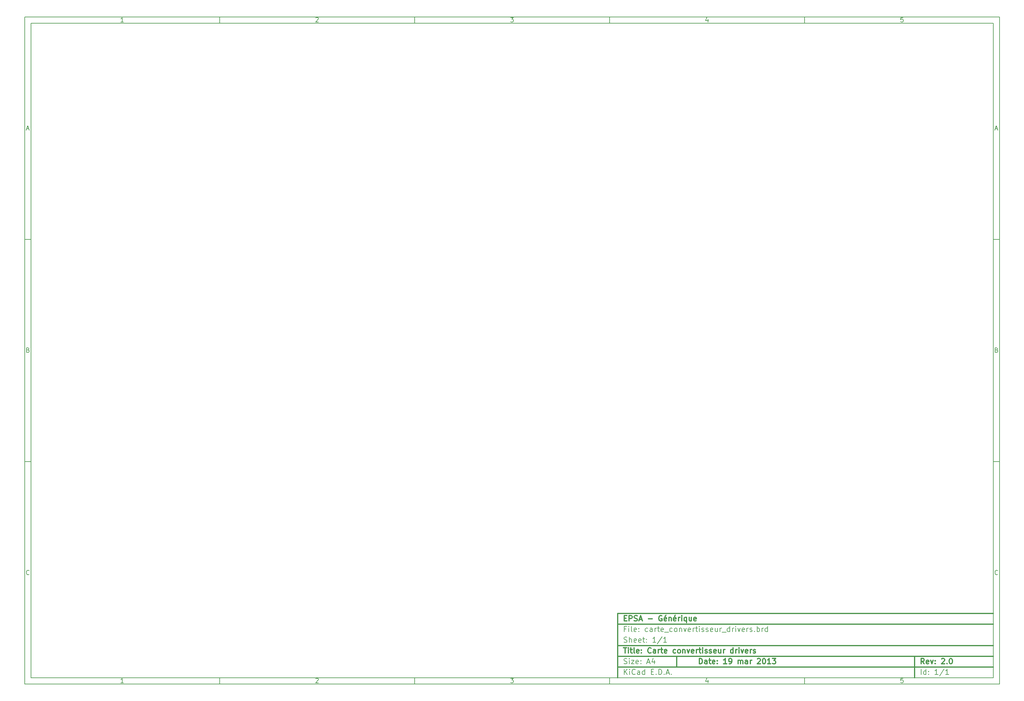
<source format=gbo>
G04 (created by PCBNEW-RS274X (2012-01-19 BZR 3256)-stable) date 19/03/2013 15:27:12*
G01*
G70*
G90*
%MOIN*%
G04 Gerber Fmt 3.4, Leading zero omitted, Abs format*
%FSLAX34Y34*%
G04 APERTURE LIST*
%ADD10C,0.006000*%
%ADD11C,0.012000*%
%ADD12R,0.082000X0.110000*%
%ADD13O,0.082000X0.110000*%
%ADD14C,0.095000*%
%ADD15R,0.095000X0.095000*%
%ADD16R,0.090000X0.090000*%
%ADD17C,0.090000*%
%ADD18C,0.138100*%
G04 APERTURE END LIST*
G54D10*
X04000Y-04000D02*
X113000Y-04000D01*
X113000Y-78670D01*
X04000Y-78670D01*
X04000Y-04000D01*
X04700Y-04700D02*
X112300Y-04700D01*
X112300Y-77970D01*
X04700Y-77970D01*
X04700Y-04700D01*
X25800Y-04000D02*
X25800Y-04700D01*
X15043Y-04552D02*
X14757Y-04552D01*
X14900Y-04552D02*
X14900Y-04052D01*
X14852Y-04124D01*
X14805Y-04171D01*
X14757Y-04195D01*
X25800Y-78670D02*
X25800Y-77970D01*
X15043Y-78522D02*
X14757Y-78522D01*
X14900Y-78522D02*
X14900Y-78022D01*
X14852Y-78094D01*
X14805Y-78141D01*
X14757Y-78165D01*
X47600Y-04000D02*
X47600Y-04700D01*
X36557Y-04100D02*
X36581Y-04076D01*
X36629Y-04052D01*
X36748Y-04052D01*
X36795Y-04076D01*
X36819Y-04100D01*
X36843Y-04148D01*
X36843Y-04195D01*
X36819Y-04267D01*
X36533Y-04552D01*
X36843Y-04552D01*
X47600Y-78670D02*
X47600Y-77970D01*
X36557Y-78070D02*
X36581Y-78046D01*
X36629Y-78022D01*
X36748Y-78022D01*
X36795Y-78046D01*
X36819Y-78070D01*
X36843Y-78118D01*
X36843Y-78165D01*
X36819Y-78237D01*
X36533Y-78522D01*
X36843Y-78522D01*
X69400Y-04000D02*
X69400Y-04700D01*
X58333Y-04052D02*
X58643Y-04052D01*
X58476Y-04243D01*
X58548Y-04243D01*
X58595Y-04267D01*
X58619Y-04290D01*
X58643Y-04338D01*
X58643Y-04457D01*
X58619Y-04505D01*
X58595Y-04529D01*
X58548Y-04552D01*
X58405Y-04552D01*
X58357Y-04529D01*
X58333Y-04505D01*
X69400Y-78670D02*
X69400Y-77970D01*
X58333Y-78022D02*
X58643Y-78022D01*
X58476Y-78213D01*
X58548Y-78213D01*
X58595Y-78237D01*
X58619Y-78260D01*
X58643Y-78308D01*
X58643Y-78427D01*
X58619Y-78475D01*
X58595Y-78499D01*
X58548Y-78522D01*
X58405Y-78522D01*
X58357Y-78499D01*
X58333Y-78475D01*
X91200Y-04000D02*
X91200Y-04700D01*
X80395Y-04219D02*
X80395Y-04552D01*
X80276Y-04029D02*
X80157Y-04386D01*
X80467Y-04386D01*
X91200Y-78670D02*
X91200Y-77970D01*
X80395Y-78189D02*
X80395Y-78522D01*
X80276Y-77999D02*
X80157Y-78356D01*
X80467Y-78356D01*
X102219Y-04052D02*
X101981Y-04052D01*
X101957Y-04290D01*
X101981Y-04267D01*
X102029Y-04243D01*
X102148Y-04243D01*
X102195Y-04267D01*
X102219Y-04290D01*
X102243Y-04338D01*
X102243Y-04457D01*
X102219Y-04505D01*
X102195Y-04529D01*
X102148Y-04552D01*
X102029Y-04552D01*
X101981Y-04529D01*
X101957Y-04505D01*
X102219Y-78022D02*
X101981Y-78022D01*
X101957Y-78260D01*
X101981Y-78237D01*
X102029Y-78213D01*
X102148Y-78213D01*
X102195Y-78237D01*
X102219Y-78260D01*
X102243Y-78308D01*
X102243Y-78427D01*
X102219Y-78475D01*
X102195Y-78499D01*
X102148Y-78522D01*
X102029Y-78522D01*
X101981Y-78499D01*
X101957Y-78475D01*
X04000Y-28890D02*
X04700Y-28890D01*
X04231Y-16510D02*
X04469Y-16510D01*
X04184Y-16652D02*
X04350Y-16152D01*
X04517Y-16652D01*
X113000Y-28890D02*
X112300Y-28890D01*
X112531Y-16510D02*
X112769Y-16510D01*
X112484Y-16652D02*
X112650Y-16152D01*
X112817Y-16652D01*
X04000Y-53780D02*
X04700Y-53780D01*
X04386Y-41280D02*
X04457Y-41304D01*
X04481Y-41328D01*
X04505Y-41376D01*
X04505Y-41447D01*
X04481Y-41495D01*
X04457Y-41519D01*
X04410Y-41542D01*
X04219Y-41542D01*
X04219Y-41042D01*
X04386Y-41042D01*
X04433Y-41066D01*
X04457Y-41090D01*
X04481Y-41138D01*
X04481Y-41185D01*
X04457Y-41233D01*
X04433Y-41257D01*
X04386Y-41280D01*
X04219Y-41280D01*
X113000Y-53780D02*
X112300Y-53780D01*
X112686Y-41280D02*
X112757Y-41304D01*
X112781Y-41328D01*
X112805Y-41376D01*
X112805Y-41447D01*
X112781Y-41495D01*
X112757Y-41519D01*
X112710Y-41542D01*
X112519Y-41542D01*
X112519Y-41042D01*
X112686Y-41042D01*
X112733Y-41066D01*
X112757Y-41090D01*
X112781Y-41138D01*
X112781Y-41185D01*
X112757Y-41233D01*
X112733Y-41257D01*
X112686Y-41280D01*
X112519Y-41280D01*
X04505Y-66385D02*
X04481Y-66409D01*
X04410Y-66432D01*
X04362Y-66432D01*
X04290Y-66409D01*
X04243Y-66361D01*
X04219Y-66313D01*
X04195Y-66218D01*
X04195Y-66147D01*
X04219Y-66051D01*
X04243Y-66004D01*
X04290Y-65956D01*
X04362Y-65932D01*
X04410Y-65932D01*
X04481Y-65956D01*
X04505Y-65980D01*
X112805Y-66385D02*
X112781Y-66409D01*
X112710Y-66432D01*
X112662Y-66432D01*
X112590Y-66409D01*
X112543Y-66361D01*
X112519Y-66313D01*
X112495Y-66218D01*
X112495Y-66147D01*
X112519Y-66051D01*
X112543Y-66004D01*
X112590Y-65956D01*
X112662Y-65932D01*
X112710Y-65932D01*
X112781Y-65956D01*
X112805Y-65980D01*
G54D11*
X79443Y-76413D02*
X79443Y-75813D01*
X79586Y-75813D01*
X79671Y-75841D01*
X79729Y-75899D01*
X79757Y-75956D01*
X79786Y-76070D01*
X79786Y-76156D01*
X79757Y-76270D01*
X79729Y-76327D01*
X79671Y-76384D01*
X79586Y-76413D01*
X79443Y-76413D01*
X80300Y-76413D02*
X80300Y-76099D01*
X80271Y-76041D01*
X80214Y-76013D01*
X80100Y-76013D01*
X80043Y-76041D01*
X80300Y-76384D02*
X80243Y-76413D01*
X80100Y-76413D01*
X80043Y-76384D01*
X80014Y-76327D01*
X80014Y-76270D01*
X80043Y-76213D01*
X80100Y-76184D01*
X80243Y-76184D01*
X80300Y-76156D01*
X80500Y-76013D02*
X80729Y-76013D01*
X80586Y-75813D02*
X80586Y-76327D01*
X80614Y-76384D01*
X80672Y-76413D01*
X80729Y-76413D01*
X81157Y-76384D02*
X81100Y-76413D01*
X80986Y-76413D01*
X80929Y-76384D01*
X80900Y-76327D01*
X80900Y-76099D01*
X80929Y-76041D01*
X80986Y-76013D01*
X81100Y-76013D01*
X81157Y-76041D01*
X81186Y-76099D01*
X81186Y-76156D01*
X80900Y-76213D01*
X81443Y-76356D02*
X81471Y-76384D01*
X81443Y-76413D01*
X81414Y-76384D01*
X81443Y-76356D01*
X81443Y-76413D01*
X81443Y-76041D02*
X81471Y-76070D01*
X81443Y-76099D01*
X81414Y-76070D01*
X81443Y-76041D01*
X81443Y-76099D01*
X82500Y-76413D02*
X82157Y-76413D01*
X82329Y-76413D02*
X82329Y-75813D01*
X82272Y-75899D01*
X82214Y-75956D01*
X82157Y-75984D01*
X82785Y-76413D02*
X82900Y-76413D01*
X82957Y-76384D01*
X82985Y-76356D01*
X83043Y-76270D01*
X83071Y-76156D01*
X83071Y-75927D01*
X83043Y-75870D01*
X83014Y-75841D01*
X82957Y-75813D01*
X82843Y-75813D01*
X82785Y-75841D01*
X82757Y-75870D01*
X82728Y-75927D01*
X82728Y-76070D01*
X82757Y-76127D01*
X82785Y-76156D01*
X82843Y-76184D01*
X82957Y-76184D01*
X83014Y-76156D01*
X83043Y-76127D01*
X83071Y-76070D01*
X83785Y-76413D02*
X83785Y-76013D01*
X83785Y-76070D02*
X83813Y-76041D01*
X83871Y-76013D01*
X83956Y-76013D01*
X84013Y-76041D01*
X84042Y-76099D01*
X84042Y-76413D01*
X84042Y-76099D02*
X84071Y-76041D01*
X84128Y-76013D01*
X84213Y-76013D01*
X84271Y-76041D01*
X84299Y-76099D01*
X84299Y-76413D01*
X84842Y-76413D02*
X84842Y-76099D01*
X84813Y-76041D01*
X84756Y-76013D01*
X84642Y-76013D01*
X84585Y-76041D01*
X84842Y-76384D02*
X84785Y-76413D01*
X84642Y-76413D01*
X84585Y-76384D01*
X84556Y-76327D01*
X84556Y-76270D01*
X84585Y-76213D01*
X84642Y-76184D01*
X84785Y-76184D01*
X84842Y-76156D01*
X85128Y-76413D02*
X85128Y-76013D01*
X85128Y-76127D02*
X85156Y-76070D01*
X85185Y-76041D01*
X85242Y-76013D01*
X85299Y-76013D01*
X85927Y-75870D02*
X85956Y-75841D01*
X86013Y-75813D01*
X86156Y-75813D01*
X86213Y-75841D01*
X86242Y-75870D01*
X86270Y-75927D01*
X86270Y-75984D01*
X86242Y-76070D01*
X85899Y-76413D01*
X86270Y-76413D01*
X86641Y-75813D02*
X86698Y-75813D01*
X86755Y-75841D01*
X86784Y-75870D01*
X86813Y-75927D01*
X86841Y-76041D01*
X86841Y-76184D01*
X86813Y-76299D01*
X86784Y-76356D01*
X86755Y-76384D01*
X86698Y-76413D01*
X86641Y-76413D01*
X86584Y-76384D01*
X86555Y-76356D01*
X86527Y-76299D01*
X86498Y-76184D01*
X86498Y-76041D01*
X86527Y-75927D01*
X86555Y-75870D01*
X86584Y-75841D01*
X86641Y-75813D01*
X87412Y-76413D02*
X87069Y-76413D01*
X87241Y-76413D02*
X87241Y-75813D01*
X87184Y-75899D01*
X87126Y-75956D01*
X87069Y-75984D01*
X87612Y-75813D02*
X87983Y-75813D01*
X87783Y-76041D01*
X87869Y-76041D01*
X87926Y-76070D01*
X87955Y-76099D01*
X87983Y-76156D01*
X87983Y-76299D01*
X87955Y-76356D01*
X87926Y-76384D01*
X87869Y-76413D01*
X87697Y-76413D01*
X87640Y-76384D01*
X87612Y-76356D01*
G54D10*
X71043Y-77613D02*
X71043Y-77013D01*
X71386Y-77613D02*
X71129Y-77270D01*
X71386Y-77013D02*
X71043Y-77356D01*
X71643Y-77613D02*
X71643Y-77213D01*
X71643Y-77013D02*
X71614Y-77041D01*
X71643Y-77070D01*
X71671Y-77041D01*
X71643Y-77013D01*
X71643Y-77070D01*
X72272Y-77556D02*
X72243Y-77584D01*
X72157Y-77613D01*
X72100Y-77613D01*
X72015Y-77584D01*
X71957Y-77527D01*
X71929Y-77470D01*
X71900Y-77356D01*
X71900Y-77270D01*
X71929Y-77156D01*
X71957Y-77099D01*
X72015Y-77041D01*
X72100Y-77013D01*
X72157Y-77013D01*
X72243Y-77041D01*
X72272Y-77070D01*
X72786Y-77613D02*
X72786Y-77299D01*
X72757Y-77241D01*
X72700Y-77213D01*
X72586Y-77213D01*
X72529Y-77241D01*
X72786Y-77584D02*
X72729Y-77613D01*
X72586Y-77613D01*
X72529Y-77584D01*
X72500Y-77527D01*
X72500Y-77470D01*
X72529Y-77413D01*
X72586Y-77384D01*
X72729Y-77384D01*
X72786Y-77356D01*
X73329Y-77613D02*
X73329Y-77013D01*
X73329Y-77584D02*
X73272Y-77613D01*
X73158Y-77613D01*
X73100Y-77584D01*
X73072Y-77556D01*
X73043Y-77499D01*
X73043Y-77327D01*
X73072Y-77270D01*
X73100Y-77241D01*
X73158Y-77213D01*
X73272Y-77213D01*
X73329Y-77241D01*
X74072Y-77299D02*
X74272Y-77299D01*
X74358Y-77613D02*
X74072Y-77613D01*
X74072Y-77013D01*
X74358Y-77013D01*
X74615Y-77556D02*
X74643Y-77584D01*
X74615Y-77613D01*
X74586Y-77584D01*
X74615Y-77556D01*
X74615Y-77613D01*
X74901Y-77613D02*
X74901Y-77013D01*
X75044Y-77013D01*
X75129Y-77041D01*
X75187Y-77099D01*
X75215Y-77156D01*
X75244Y-77270D01*
X75244Y-77356D01*
X75215Y-77470D01*
X75187Y-77527D01*
X75129Y-77584D01*
X75044Y-77613D01*
X74901Y-77613D01*
X75501Y-77556D02*
X75529Y-77584D01*
X75501Y-77613D01*
X75472Y-77584D01*
X75501Y-77556D01*
X75501Y-77613D01*
X75758Y-77441D02*
X76044Y-77441D01*
X75701Y-77613D02*
X75901Y-77013D01*
X76101Y-77613D01*
X76301Y-77556D02*
X76329Y-77584D01*
X76301Y-77613D01*
X76272Y-77584D01*
X76301Y-77556D01*
X76301Y-77613D01*
G54D11*
X104586Y-76413D02*
X104386Y-76127D01*
X104243Y-76413D02*
X104243Y-75813D01*
X104471Y-75813D01*
X104529Y-75841D01*
X104557Y-75870D01*
X104586Y-75927D01*
X104586Y-76013D01*
X104557Y-76070D01*
X104529Y-76099D01*
X104471Y-76127D01*
X104243Y-76127D01*
X105071Y-76384D02*
X105014Y-76413D01*
X104900Y-76413D01*
X104843Y-76384D01*
X104814Y-76327D01*
X104814Y-76099D01*
X104843Y-76041D01*
X104900Y-76013D01*
X105014Y-76013D01*
X105071Y-76041D01*
X105100Y-76099D01*
X105100Y-76156D01*
X104814Y-76213D01*
X105300Y-76013D02*
X105443Y-76413D01*
X105585Y-76013D01*
X105814Y-76356D02*
X105842Y-76384D01*
X105814Y-76413D01*
X105785Y-76384D01*
X105814Y-76356D01*
X105814Y-76413D01*
X105814Y-76041D02*
X105842Y-76070D01*
X105814Y-76099D01*
X105785Y-76070D01*
X105814Y-76041D01*
X105814Y-76099D01*
X106528Y-75870D02*
X106557Y-75841D01*
X106614Y-75813D01*
X106757Y-75813D01*
X106814Y-75841D01*
X106843Y-75870D01*
X106871Y-75927D01*
X106871Y-75984D01*
X106843Y-76070D01*
X106500Y-76413D01*
X106871Y-76413D01*
X107128Y-76356D02*
X107156Y-76384D01*
X107128Y-76413D01*
X107099Y-76384D01*
X107128Y-76356D01*
X107128Y-76413D01*
X107528Y-75813D02*
X107585Y-75813D01*
X107642Y-75841D01*
X107671Y-75870D01*
X107700Y-75927D01*
X107728Y-76041D01*
X107728Y-76184D01*
X107700Y-76299D01*
X107671Y-76356D01*
X107642Y-76384D01*
X107585Y-76413D01*
X107528Y-76413D01*
X107471Y-76384D01*
X107442Y-76356D01*
X107414Y-76299D01*
X107385Y-76184D01*
X107385Y-76041D01*
X107414Y-75927D01*
X107442Y-75870D01*
X107471Y-75841D01*
X107528Y-75813D01*
G54D10*
X71014Y-76384D02*
X71100Y-76413D01*
X71243Y-76413D01*
X71300Y-76384D01*
X71329Y-76356D01*
X71357Y-76299D01*
X71357Y-76241D01*
X71329Y-76184D01*
X71300Y-76156D01*
X71243Y-76127D01*
X71129Y-76099D01*
X71071Y-76070D01*
X71043Y-76041D01*
X71014Y-75984D01*
X71014Y-75927D01*
X71043Y-75870D01*
X71071Y-75841D01*
X71129Y-75813D01*
X71271Y-75813D01*
X71357Y-75841D01*
X71614Y-76413D02*
X71614Y-76013D01*
X71614Y-75813D02*
X71585Y-75841D01*
X71614Y-75870D01*
X71642Y-75841D01*
X71614Y-75813D01*
X71614Y-75870D01*
X71843Y-76013D02*
X72157Y-76013D01*
X71843Y-76413D01*
X72157Y-76413D01*
X72614Y-76384D02*
X72557Y-76413D01*
X72443Y-76413D01*
X72386Y-76384D01*
X72357Y-76327D01*
X72357Y-76099D01*
X72386Y-76041D01*
X72443Y-76013D01*
X72557Y-76013D01*
X72614Y-76041D01*
X72643Y-76099D01*
X72643Y-76156D01*
X72357Y-76213D01*
X72900Y-76356D02*
X72928Y-76384D01*
X72900Y-76413D01*
X72871Y-76384D01*
X72900Y-76356D01*
X72900Y-76413D01*
X72900Y-76041D02*
X72928Y-76070D01*
X72900Y-76099D01*
X72871Y-76070D01*
X72900Y-76041D01*
X72900Y-76099D01*
X73614Y-76241D02*
X73900Y-76241D01*
X73557Y-76413D02*
X73757Y-75813D01*
X73957Y-76413D01*
X74414Y-76013D02*
X74414Y-76413D01*
X74271Y-75784D02*
X74128Y-76213D01*
X74500Y-76213D01*
X104243Y-77613D02*
X104243Y-77013D01*
X104786Y-77613D02*
X104786Y-77013D01*
X104786Y-77584D02*
X104729Y-77613D01*
X104615Y-77613D01*
X104557Y-77584D01*
X104529Y-77556D01*
X104500Y-77499D01*
X104500Y-77327D01*
X104529Y-77270D01*
X104557Y-77241D01*
X104615Y-77213D01*
X104729Y-77213D01*
X104786Y-77241D01*
X105072Y-77556D02*
X105100Y-77584D01*
X105072Y-77613D01*
X105043Y-77584D01*
X105072Y-77556D01*
X105072Y-77613D01*
X105072Y-77241D02*
X105100Y-77270D01*
X105072Y-77299D01*
X105043Y-77270D01*
X105072Y-77241D01*
X105072Y-77299D01*
X106129Y-77613D02*
X105786Y-77613D01*
X105958Y-77613D02*
X105958Y-77013D01*
X105901Y-77099D01*
X105843Y-77156D01*
X105786Y-77184D01*
X106814Y-76984D02*
X106300Y-77756D01*
X107329Y-77613D02*
X106986Y-77613D01*
X107158Y-77613D02*
X107158Y-77013D01*
X107101Y-77099D01*
X107043Y-77156D01*
X106986Y-77184D01*
G54D11*
X70957Y-74613D02*
X71300Y-74613D01*
X71129Y-75213D02*
X71129Y-74613D01*
X71500Y-75213D02*
X71500Y-74813D01*
X71500Y-74613D02*
X71471Y-74641D01*
X71500Y-74670D01*
X71528Y-74641D01*
X71500Y-74613D01*
X71500Y-74670D01*
X71700Y-74813D02*
X71929Y-74813D01*
X71786Y-74613D02*
X71786Y-75127D01*
X71814Y-75184D01*
X71872Y-75213D01*
X71929Y-75213D01*
X72215Y-75213D02*
X72157Y-75184D01*
X72129Y-75127D01*
X72129Y-74613D01*
X72671Y-75184D02*
X72614Y-75213D01*
X72500Y-75213D01*
X72443Y-75184D01*
X72414Y-75127D01*
X72414Y-74899D01*
X72443Y-74841D01*
X72500Y-74813D01*
X72614Y-74813D01*
X72671Y-74841D01*
X72700Y-74899D01*
X72700Y-74956D01*
X72414Y-75013D01*
X72957Y-75156D02*
X72985Y-75184D01*
X72957Y-75213D01*
X72928Y-75184D01*
X72957Y-75156D01*
X72957Y-75213D01*
X72957Y-74841D02*
X72985Y-74870D01*
X72957Y-74899D01*
X72928Y-74870D01*
X72957Y-74841D01*
X72957Y-74899D01*
X74043Y-75156D02*
X74014Y-75184D01*
X73928Y-75213D01*
X73871Y-75213D01*
X73786Y-75184D01*
X73728Y-75127D01*
X73700Y-75070D01*
X73671Y-74956D01*
X73671Y-74870D01*
X73700Y-74756D01*
X73728Y-74699D01*
X73786Y-74641D01*
X73871Y-74613D01*
X73928Y-74613D01*
X74014Y-74641D01*
X74043Y-74670D01*
X74557Y-75213D02*
X74557Y-74899D01*
X74528Y-74841D01*
X74471Y-74813D01*
X74357Y-74813D01*
X74300Y-74841D01*
X74557Y-75184D02*
X74500Y-75213D01*
X74357Y-75213D01*
X74300Y-75184D01*
X74271Y-75127D01*
X74271Y-75070D01*
X74300Y-75013D01*
X74357Y-74984D01*
X74500Y-74984D01*
X74557Y-74956D01*
X74843Y-75213D02*
X74843Y-74813D01*
X74843Y-74927D02*
X74871Y-74870D01*
X74900Y-74841D01*
X74957Y-74813D01*
X75014Y-74813D01*
X75128Y-74813D02*
X75357Y-74813D01*
X75214Y-74613D02*
X75214Y-75127D01*
X75242Y-75184D01*
X75300Y-75213D01*
X75357Y-75213D01*
X75785Y-75184D02*
X75728Y-75213D01*
X75614Y-75213D01*
X75557Y-75184D01*
X75528Y-75127D01*
X75528Y-74899D01*
X75557Y-74841D01*
X75614Y-74813D01*
X75728Y-74813D01*
X75785Y-74841D01*
X75814Y-74899D01*
X75814Y-74956D01*
X75528Y-75013D01*
X76785Y-75184D02*
X76728Y-75213D01*
X76614Y-75213D01*
X76556Y-75184D01*
X76528Y-75156D01*
X76499Y-75099D01*
X76499Y-74927D01*
X76528Y-74870D01*
X76556Y-74841D01*
X76614Y-74813D01*
X76728Y-74813D01*
X76785Y-74841D01*
X77128Y-75213D02*
X77070Y-75184D01*
X77042Y-75156D01*
X77013Y-75099D01*
X77013Y-74927D01*
X77042Y-74870D01*
X77070Y-74841D01*
X77128Y-74813D01*
X77213Y-74813D01*
X77270Y-74841D01*
X77299Y-74870D01*
X77328Y-74927D01*
X77328Y-75099D01*
X77299Y-75156D01*
X77270Y-75184D01*
X77213Y-75213D01*
X77128Y-75213D01*
X77585Y-74813D02*
X77585Y-75213D01*
X77585Y-74870D02*
X77613Y-74841D01*
X77671Y-74813D01*
X77756Y-74813D01*
X77813Y-74841D01*
X77842Y-74899D01*
X77842Y-75213D01*
X78071Y-74813D02*
X78214Y-75213D01*
X78356Y-74813D01*
X78813Y-75184D02*
X78756Y-75213D01*
X78642Y-75213D01*
X78585Y-75184D01*
X78556Y-75127D01*
X78556Y-74899D01*
X78585Y-74841D01*
X78642Y-74813D01*
X78756Y-74813D01*
X78813Y-74841D01*
X78842Y-74899D01*
X78842Y-74956D01*
X78556Y-75013D01*
X79099Y-75213D02*
X79099Y-74813D01*
X79099Y-74927D02*
X79127Y-74870D01*
X79156Y-74841D01*
X79213Y-74813D01*
X79270Y-74813D01*
X79384Y-74813D02*
X79613Y-74813D01*
X79470Y-74613D02*
X79470Y-75127D01*
X79498Y-75184D01*
X79556Y-75213D01*
X79613Y-75213D01*
X79813Y-75213D02*
X79813Y-74813D01*
X79813Y-74613D02*
X79784Y-74641D01*
X79813Y-74670D01*
X79841Y-74641D01*
X79813Y-74613D01*
X79813Y-74670D01*
X80070Y-75184D02*
X80127Y-75213D01*
X80242Y-75213D01*
X80299Y-75184D01*
X80327Y-75127D01*
X80327Y-75099D01*
X80299Y-75041D01*
X80242Y-75013D01*
X80156Y-75013D01*
X80099Y-74984D01*
X80070Y-74927D01*
X80070Y-74899D01*
X80099Y-74841D01*
X80156Y-74813D01*
X80242Y-74813D01*
X80299Y-74841D01*
X80556Y-75184D02*
X80613Y-75213D01*
X80728Y-75213D01*
X80785Y-75184D01*
X80813Y-75127D01*
X80813Y-75099D01*
X80785Y-75041D01*
X80728Y-75013D01*
X80642Y-75013D01*
X80585Y-74984D01*
X80556Y-74927D01*
X80556Y-74899D01*
X80585Y-74841D01*
X80642Y-74813D01*
X80728Y-74813D01*
X80785Y-74841D01*
X81299Y-75184D02*
X81242Y-75213D01*
X81128Y-75213D01*
X81071Y-75184D01*
X81042Y-75127D01*
X81042Y-74899D01*
X81071Y-74841D01*
X81128Y-74813D01*
X81242Y-74813D01*
X81299Y-74841D01*
X81328Y-74899D01*
X81328Y-74956D01*
X81042Y-75013D01*
X81842Y-74813D02*
X81842Y-75213D01*
X81585Y-74813D02*
X81585Y-75127D01*
X81613Y-75184D01*
X81671Y-75213D01*
X81756Y-75213D01*
X81813Y-75184D01*
X81842Y-75156D01*
X82128Y-75213D02*
X82128Y-74813D01*
X82128Y-74927D02*
X82156Y-74870D01*
X82185Y-74841D01*
X82242Y-74813D01*
X82299Y-74813D01*
X83213Y-75213D02*
X83213Y-74613D01*
X83213Y-75184D02*
X83156Y-75213D01*
X83042Y-75213D01*
X82984Y-75184D01*
X82956Y-75156D01*
X82927Y-75099D01*
X82927Y-74927D01*
X82956Y-74870D01*
X82984Y-74841D01*
X83042Y-74813D01*
X83156Y-74813D01*
X83213Y-74841D01*
X83499Y-75213D02*
X83499Y-74813D01*
X83499Y-74927D02*
X83527Y-74870D01*
X83556Y-74841D01*
X83613Y-74813D01*
X83670Y-74813D01*
X83870Y-75213D02*
X83870Y-74813D01*
X83870Y-74613D02*
X83841Y-74641D01*
X83870Y-74670D01*
X83898Y-74641D01*
X83870Y-74613D01*
X83870Y-74670D01*
X84099Y-74813D02*
X84242Y-75213D01*
X84384Y-74813D01*
X84841Y-75184D02*
X84784Y-75213D01*
X84670Y-75213D01*
X84613Y-75184D01*
X84584Y-75127D01*
X84584Y-74899D01*
X84613Y-74841D01*
X84670Y-74813D01*
X84784Y-74813D01*
X84841Y-74841D01*
X84870Y-74899D01*
X84870Y-74956D01*
X84584Y-75013D01*
X85127Y-75213D02*
X85127Y-74813D01*
X85127Y-74927D02*
X85155Y-74870D01*
X85184Y-74841D01*
X85241Y-74813D01*
X85298Y-74813D01*
X85469Y-75184D02*
X85526Y-75213D01*
X85641Y-75213D01*
X85698Y-75184D01*
X85726Y-75127D01*
X85726Y-75099D01*
X85698Y-75041D01*
X85641Y-75013D01*
X85555Y-75013D01*
X85498Y-74984D01*
X85469Y-74927D01*
X85469Y-74899D01*
X85498Y-74841D01*
X85555Y-74813D01*
X85641Y-74813D01*
X85698Y-74841D01*
G54D10*
X71243Y-72499D02*
X71043Y-72499D01*
X71043Y-72813D02*
X71043Y-72213D01*
X71329Y-72213D01*
X71557Y-72813D02*
X71557Y-72413D01*
X71557Y-72213D02*
X71528Y-72241D01*
X71557Y-72270D01*
X71585Y-72241D01*
X71557Y-72213D01*
X71557Y-72270D01*
X71929Y-72813D02*
X71871Y-72784D01*
X71843Y-72727D01*
X71843Y-72213D01*
X72385Y-72784D02*
X72328Y-72813D01*
X72214Y-72813D01*
X72157Y-72784D01*
X72128Y-72727D01*
X72128Y-72499D01*
X72157Y-72441D01*
X72214Y-72413D01*
X72328Y-72413D01*
X72385Y-72441D01*
X72414Y-72499D01*
X72414Y-72556D01*
X72128Y-72613D01*
X72671Y-72756D02*
X72699Y-72784D01*
X72671Y-72813D01*
X72642Y-72784D01*
X72671Y-72756D01*
X72671Y-72813D01*
X72671Y-72441D02*
X72699Y-72470D01*
X72671Y-72499D01*
X72642Y-72470D01*
X72671Y-72441D01*
X72671Y-72499D01*
X73671Y-72784D02*
X73614Y-72813D01*
X73500Y-72813D01*
X73442Y-72784D01*
X73414Y-72756D01*
X73385Y-72699D01*
X73385Y-72527D01*
X73414Y-72470D01*
X73442Y-72441D01*
X73500Y-72413D01*
X73614Y-72413D01*
X73671Y-72441D01*
X74185Y-72813D02*
X74185Y-72499D01*
X74156Y-72441D01*
X74099Y-72413D01*
X73985Y-72413D01*
X73928Y-72441D01*
X74185Y-72784D02*
X74128Y-72813D01*
X73985Y-72813D01*
X73928Y-72784D01*
X73899Y-72727D01*
X73899Y-72670D01*
X73928Y-72613D01*
X73985Y-72584D01*
X74128Y-72584D01*
X74185Y-72556D01*
X74471Y-72813D02*
X74471Y-72413D01*
X74471Y-72527D02*
X74499Y-72470D01*
X74528Y-72441D01*
X74585Y-72413D01*
X74642Y-72413D01*
X74756Y-72413D02*
X74985Y-72413D01*
X74842Y-72213D02*
X74842Y-72727D01*
X74870Y-72784D01*
X74928Y-72813D01*
X74985Y-72813D01*
X75413Y-72784D02*
X75356Y-72813D01*
X75242Y-72813D01*
X75185Y-72784D01*
X75156Y-72727D01*
X75156Y-72499D01*
X75185Y-72441D01*
X75242Y-72413D01*
X75356Y-72413D01*
X75413Y-72441D01*
X75442Y-72499D01*
X75442Y-72556D01*
X75156Y-72613D01*
X75556Y-72870D02*
X76013Y-72870D01*
X76413Y-72784D02*
X76356Y-72813D01*
X76242Y-72813D01*
X76184Y-72784D01*
X76156Y-72756D01*
X76127Y-72699D01*
X76127Y-72527D01*
X76156Y-72470D01*
X76184Y-72441D01*
X76242Y-72413D01*
X76356Y-72413D01*
X76413Y-72441D01*
X76756Y-72813D02*
X76698Y-72784D01*
X76670Y-72756D01*
X76641Y-72699D01*
X76641Y-72527D01*
X76670Y-72470D01*
X76698Y-72441D01*
X76756Y-72413D01*
X76841Y-72413D01*
X76898Y-72441D01*
X76927Y-72470D01*
X76956Y-72527D01*
X76956Y-72699D01*
X76927Y-72756D01*
X76898Y-72784D01*
X76841Y-72813D01*
X76756Y-72813D01*
X77213Y-72413D02*
X77213Y-72813D01*
X77213Y-72470D02*
X77241Y-72441D01*
X77299Y-72413D01*
X77384Y-72413D01*
X77441Y-72441D01*
X77470Y-72499D01*
X77470Y-72813D01*
X77699Y-72413D02*
X77842Y-72813D01*
X77984Y-72413D01*
X78441Y-72784D02*
X78384Y-72813D01*
X78270Y-72813D01*
X78213Y-72784D01*
X78184Y-72727D01*
X78184Y-72499D01*
X78213Y-72441D01*
X78270Y-72413D01*
X78384Y-72413D01*
X78441Y-72441D01*
X78470Y-72499D01*
X78470Y-72556D01*
X78184Y-72613D01*
X78727Y-72813D02*
X78727Y-72413D01*
X78727Y-72527D02*
X78755Y-72470D01*
X78784Y-72441D01*
X78841Y-72413D01*
X78898Y-72413D01*
X79012Y-72413D02*
X79241Y-72413D01*
X79098Y-72213D02*
X79098Y-72727D01*
X79126Y-72784D01*
X79184Y-72813D01*
X79241Y-72813D01*
X79441Y-72813D02*
X79441Y-72413D01*
X79441Y-72213D02*
X79412Y-72241D01*
X79441Y-72270D01*
X79469Y-72241D01*
X79441Y-72213D01*
X79441Y-72270D01*
X79698Y-72784D02*
X79755Y-72813D01*
X79870Y-72813D01*
X79927Y-72784D01*
X79955Y-72727D01*
X79955Y-72699D01*
X79927Y-72641D01*
X79870Y-72613D01*
X79784Y-72613D01*
X79727Y-72584D01*
X79698Y-72527D01*
X79698Y-72499D01*
X79727Y-72441D01*
X79784Y-72413D01*
X79870Y-72413D01*
X79927Y-72441D01*
X80184Y-72784D02*
X80241Y-72813D01*
X80356Y-72813D01*
X80413Y-72784D01*
X80441Y-72727D01*
X80441Y-72699D01*
X80413Y-72641D01*
X80356Y-72613D01*
X80270Y-72613D01*
X80213Y-72584D01*
X80184Y-72527D01*
X80184Y-72499D01*
X80213Y-72441D01*
X80270Y-72413D01*
X80356Y-72413D01*
X80413Y-72441D01*
X80927Y-72784D02*
X80870Y-72813D01*
X80756Y-72813D01*
X80699Y-72784D01*
X80670Y-72727D01*
X80670Y-72499D01*
X80699Y-72441D01*
X80756Y-72413D01*
X80870Y-72413D01*
X80927Y-72441D01*
X80956Y-72499D01*
X80956Y-72556D01*
X80670Y-72613D01*
X81470Y-72413D02*
X81470Y-72813D01*
X81213Y-72413D02*
X81213Y-72727D01*
X81241Y-72784D01*
X81299Y-72813D01*
X81384Y-72813D01*
X81441Y-72784D01*
X81470Y-72756D01*
X81756Y-72813D02*
X81756Y-72413D01*
X81756Y-72527D02*
X81784Y-72470D01*
X81813Y-72441D01*
X81870Y-72413D01*
X81927Y-72413D01*
X81984Y-72870D02*
X82441Y-72870D01*
X82841Y-72813D02*
X82841Y-72213D01*
X82841Y-72784D02*
X82784Y-72813D01*
X82670Y-72813D01*
X82612Y-72784D01*
X82584Y-72756D01*
X82555Y-72699D01*
X82555Y-72527D01*
X82584Y-72470D01*
X82612Y-72441D01*
X82670Y-72413D01*
X82784Y-72413D01*
X82841Y-72441D01*
X83127Y-72813D02*
X83127Y-72413D01*
X83127Y-72527D02*
X83155Y-72470D01*
X83184Y-72441D01*
X83241Y-72413D01*
X83298Y-72413D01*
X83498Y-72813D02*
X83498Y-72413D01*
X83498Y-72213D02*
X83469Y-72241D01*
X83498Y-72270D01*
X83526Y-72241D01*
X83498Y-72213D01*
X83498Y-72270D01*
X83727Y-72413D02*
X83870Y-72813D01*
X84012Y-72413D01*
X84469Y-72784D02*
X84412Y-72813D01*
X84298Y-72813D01*
X84241Y-72784D01*
X84212Y-72727D01*
X84212Y-72499D01*
X84241Y-72441D01*
X84298Y-72413D01*
X84412Y-72413D01*
X84469Y-72441D01*
X84498Y-72499D01*
X84498Y-72556D01*
X84212Y-72613D01*
X84755Y-72813D02*
X84755Y-72413D01*
X84755Y-72527D02*
X84783Y-72470D01*
X84812Y-72441D01*
X84869Y-72413D01*
X84926Y-72413D01*
X85097Y-72784D02*
X85154Y-72813D01*
X85269Y-72813D01*
X85326Y-72784D01*
X85354Y-72727D01*
X85354Y-72699D01*
X85326Y-72641D01*
X85269Y-72613D01*
X85183Y-72613D01*
X85126Y-72584D01*
X85097Y-72527D01*
X85097Y-72499D01*
X85126Y-72441D01*
X85183Y-72413D01*
X85269Y-72413D01*
X85326Y-72441D01*
X85612Y-72756D02*
X85640Y-72784D01*
X85612Y-72813D01*
X85583Y-72784D01*
X85612Y-72756D01*
X85612Y-72813D01*
X85898Y-72813D02*
X85898Y-72213D01*
X85898Y-72441D02*
X85955Y-72413D01*
X86069Y-72413D01*
X86126Y-72441D01*
X86155Y-72470D01*
X86184Y-72527D01*
X86184Y-72699D01*
X86155Y-72756D01*
X86126Y-72784D01*
X86069Y-72813D01*
X85955Y-72813D01*
X85898Y-72784D01*
X86441Y-72813D02*
X86441Y-72413D01*
X86441Y-72527D02*
X86469Y-72470D01*
X86498Y-72441D01*
X86555Y-72413D01*
X86612Y-72413D01*
X87069Y-72813D02*
X87069Y-72213D01*
X87069Y-72784D02*
X87012Y-72813D01*
X86898Y-72813D01*
X86840Y-72784D01*
X86812Y-72756D01*
X86783Y-72699D01*
X86783Y-72527D01*
X86812Y-72470D01*
X86840Y-72441D01*
X86898Y-72413D01*
X87012Y-72413D01*
X87069Y-72441D01*
X71014Y-73984D02*
X71100Y-74013D01*
X71243Y-74013D01*
X71300Y-73984D01*
X71329Y-73956D01*
X71357Y-73899D01*
X71357Y-73841D01*
X71329Y-73784D01*
X71300Y-73756D01*
X71243Y-73727D01*
X71129Y-73699D01*
X71071Y-73670D01*
X71043Y-73641D01*
X71014Y-73584D01*
X71014Y-73527D01*
X71043Y-73470D01*
X71071Y-73441D01*
X71129Y-73413D01*
X71271Y-73413D01*
X71357Y-73441D01*
X71614Y-74013D02*
X71614Y-73413D01*
X71871Y-74013D02*
X71871Y-73699D01*
X71842Y-73641D01*
X71785Y-73613D01*
X71700Y-73613D01*
X71642Y-73641D01*
X71614Y-73670D01*
X72385Y-73984D02*
X72328Y-74013D01*
X72214Y-74013D01*
X72157Y-73984D01*
X72128Y-73927D01*
X72128Y-73699D01*
X72157Y-73641D01*
X72214Y-73613D01*
X72328Y-73613D01*
X72385Y-73641D01*
X72414Y-73699D01*
X72414Y-73756D01*
X72128Y-73813D01*
X72899Y-73984D02*
X72842Y-74013D01*
X72728Y-74013D01*
X72671Y-73984D01*
X72642Y-73927D01*
X72642Y-73699D01*
X72671Y-73641D01*
X72728Y-73613D01*
X72842Y-73613D01*
X72899Y-73641D01*
X72928Y-73699D01*
X72928Y-73756D01*
X72642Y-73813D01*
X73099Y-73613D02*
X73328Y-73613D01*
X73185Y-73413D02*
X73185Y-73927D01*
X73213Y-73984D01*
X73271Y-74013D01*
X73328Y-74013D01*
X73528Y-73956D02*
X73556Y-73984D01*
X73528Y-74013D01*
X73499Y-73984D01*
X73528Y-73956D01*
X73528Y-74013D01*
X73528Y-73641D02*
X73556Y-73670D01*
X73528Y-73699D01*
X73499Y-73670D01*
X73528Y-73641D01*
X73528Y-73699D01*
X74585Y-74013D02*
X74242Y-74013D01*
X74414Y-74013D02*
X74414Y-73413D01*
X74357Y-73499D01*
X74299Y-73556D01*
X74242Y-73584D01*
X75270Y-73384D02*
X74756Y-74156D01*
X75785Y-74013D02*
X75442Y-74013D01*
X75614Y-74013D02*
X75614Y-73413D01*
X75557Y-73499D01*
X75499Y-73556D01*
X75442Y-73584D01*
G54D11*
X71043Y-71299D02*
X71243Y-71299D01*
X71329Y-71613D02*
X71043Y-71613D01*
X71043Y-71013D01*
X71329Y-71013D01*
X71586Y-71613D02*
X71586Y-71013D01*
X71814Y-71013D01*
X71872Y-71041D01*
X71900Y-71070D01*
X71929Y-71127D01*
X71929Y-71213D01*
X71900Y-71270D01*
X71872Y-71299D01*
X71814Y-71327D01*
X71586Y-71327D01*
X72157Y-71584D02*
X72243Y-71613D01*
X72386Y-71613D01*
X72443Y-71584D01*
X72472Y-71556D01*
X72500Y-71499D01*
X72500Y-71441D01*
X72472Y-71384D01*
X72443Y-71356D01*
X72386Y-71327D01*
X72272Y-71299D01*
X72214Y-71270D01*
X72186Y-71241D01*
X72157Y-71184D01*
X72157Y-71127D01*
X72186Y-71070D01*
X72214Y-71041D01*
X72272Y-71013D01*
X72414Y-71013D01*
X72500Y-71041D01*
X72728Y-71441D02*
X73014Y-71441D01*
X72671Y-71613D02*
X72871Y-71013D01*
X73071Y-71613D01*
X73728Y-71384D02*
X74185Y-71384D01*
X75242Y-71041D02*
X75185Y-71013D01*
X75099Y-71013D01*
X75014Y-71041D01*
X74956Y-71099D01*
X74928Y-71156D01*
X74899Y-71270D01*
X74899Y-71356D01*
X74928Y-71470D01*
X74956Y-71527D01*
X75014Y-71584D01*
X75099Y-71613D01*
X75156Y-71613D01*
X75242Y-71584D01*
X75271Y-71556D01*
X75271Y-71356D01*
X75156Y-71356D01*
X75756Y-71584D02*
X75699Y-71613D01*
X75585Y-71613D01*
X75528Y-71584D01*
X75499Y-71527D01*
X75499Y-71299D01*
X75528Y-71241D01*
X75585Y-71213D01*
X75699Y-71213D01*
X75756Y-71241D01*
X75785Y-71299D01*
X75785Y-71356D01*
X75499Y-71413D01*
X75699Y-70984D02*
X75614Y-71070D01*
X76042Y-71213D02*
X76042Y-71613D01*
X76042Y-71270D02*
X76070Y-71241D01*
X76128Y-71213D01*
X76213Y-71213D01*
X76270Y-71241D01*
X76299Y-71299D01*
X76299Y-71613D01*
X76813Y-71584D02*
X76756Y-71613D01*
X76642Y-71613D01*
X76585Y-71584D01*
X76556Y-71527D01*
X76556Y-71299D01*
X76585Y-71241D01*
X76642Y-71213D01*
X76756Y-71213D01*
X76813Y-71241D01*
X76842Y-71299D01*
X76842Y-71356D01*
X76556Y-71413D01*
X76756Y-70984D02*
X76671Y-71070D01*
X77099Y-71613D02*
X77099Y-71213D01*
X77099Y-71327D02*
X77127Y-71270D01*
X77156Y-71241D01*
X77213Y-71213D01*
X77270Y-71213D01*
X77470Y-71613D02*
X77470Y-71213D01*
X77470Y-71013D02*
X77441Y-71041D01*
X77470Y-71070D01*
X77498Y-71041D01*
X77470Y-71013D01*
X77470Y-71070D01*
X78013Y-71213D02*
X78013Y-71813D01*
X78013Y-71584D02*
X77956Y-71613D01*
X77842Y-71613D01*
X77784Y-71584D01*
X77756Y-71556D01*
X77727Y-71499D01*
X77727Y-71327D01*
X77756Y-71270D01*
X77784Y-71241D01*
X77842Y-71213D01*
X77956Y-71213D01*
X78013Y-71241D01*
X78556Y-71213D02*
X78556Y-71613D01*
X78299Y-71213D02*
X78299Y-71527D01*
X78327Y-71584D01*
X78385Y-71613D01*
X78470Y-71613D01*
X78527Y-71584D01*
X78556Y-71556D01*
X79070Y-71584D02*
X79013Y-71613D01*
X78899Y-71613D01*
X78842Y-71584D01*
X78813Y-71527D01*
X78813Y-71299D01*
X78842Y-71241D01*
X78899Y-71213D01*
X79013Y-71213D01*
X79070Y-71241D01*
X79099Y-71299D01*
X79099Y-71356D01*
X78813Y-71413D01*
X70300Y-70770D02*
X70300Y-77970D01*
X70300Y-71970D02*
X112300Y-71970D01*
X70300Y-70770D02*
X112300Y-70770D01*
X70300Y-74370D02*
X112300Y-74370D01*
X103500Y-75570D02*
X103500Y-77970D01*
X70300Y-76770D02*
X112300Y-76770D01*
X70300Y-75570D02*
X112300Y-75570D01*
X76900Y-75570D02*
X76900Y-76770D01*
%LPC*%
G54D12*
X37250Y-28000D03*
G54D13*
X36250Y-28000D03*
X35250Y-28000D03*
X34250Y-28000D03*
X34250Y-31000D03*
X35250Y-31000D03*
X36250Y-31000D03*
X37250Y-31000D03*
G54D14*
X38000Y-51000D03*
X38000Y-49000D03*
G54D15*
X66250Y-34250D03*
G54D14*
X67250Y-34250D03*
X66250Y-35250D03*
X67250Y-35250D03*
X66250Y-36250D03*
X67250Y-36250D03*
X66250Y-37250D03*
X67250Y-37250D03*
X66250Y-38250D03*
X67250Y-38250D03*
X66250Y-39250D03*
X67250Y-39250D03*
X66250Y-40250D03*
X67250Y-40250D03*
G54D15*
X49500Y-48500D03*
G54D14*
X49500Y-49500D03*
G54D15*
X31000Y-46500D03*
G54D14*
X30000Y-46500D03*
X33000Y-29250D03*
X30000Y-29250D03*
X33000Y-28000D03*
X30000Y-28000D03*
X47750Y-47500D03*
X47750Y-50500D03*
X26500Y-37500D03*
X26500Y-40500D03*
X33000Y-44500D03*
X30000Y-44500D03*
X63750Y-38750D03*
X63750Y-35750D03*
X38500Y-44500D03*
X38500Y-42500D03*
X33000Y-36250D03*
X30000Y-36250D03*
X33000Y-35000D03*
X30000Y-35000D03*
G54D15*
X43250Y-48500D03*
G54D14*
X44250Y-48500D03*
G54D12*
X37250Y-42000D03*
G54D13*
X36250Y-42000D03*
X35250Y-42000D03*
X34250Y-42000D03*
X34250Y-45000D03*
X35250Y-45000D03*
X36250Y-45000D03*
X37250Y-45000D03*
G54D15*
X58000Y-27250D03*
G54D14*
X58000Y-26250D03*
G54D15*
X40000Y-30000D03*
G54D14*
X40000Y-29000D03*
X56250Y-27750D03*
X56250Y-25750D03*
X38500Y-30500D03*
X38500Y-28500D03*
X39750Y-47250D03*
X36750Y-47250D03*
X33000Y-42000D03*
X30000Y-42000D03*
X33000Y-43250D03*
X30000Y-43250D03*
X39750Y-33250D03*
X36750Y-33250D03*
X39750Y-40250D03*
X36750Y-40250D03*
X38250Y-46250D03*
X35250Y-46250D03*
X38250Y-39250D03*
X35250Y-39250D03*
X38250Y-32250D03*
X35250Y-32250D03*
G54D15*
X35250Y-51000D03*
G54D14*
X35250Y-49000D03*
X56500Y-48250D03*
X56500Y-50250D03*
G54D15*
X53250Y-48250D03*
G54D14*
X53250Y-50250D03*
G54D15*
X40000Y-44000D03*
G54D14*
X40000Y-43000D03*
G54D15*
X40000Y-37000D03*
G54D14*
X40000Y-36000D03*
X38500Y-37500D03*
X38500Y-35500D03*
G54D15*
X32500Y-23500D03*
G54D14*
X31500Y-23500D03*
X30500Y-23500D03*
X29500Y-23500D03*
X28500Y-23500D03*
X27500Y-23500D03*
X26500Y-23500D03*
G54D15*
X23750Y-40000D03*
G54D14*
X22750Y-40000D03*
X23750Y-39000D03*
X22750Y-39000D03*
X23750Y-38000D03*
X22750Y-38000D03*
X23750Y-37000D03*
X22750Y-37000D03*
X23750Y-36000D03*
X22750Y-36000D03*
X23750Y-35000D03*
X22750Y-35000D03*
X23750Y-34000D03*
X22750Y-34000D03*
G54D12*
X54500Y-25250D03*
G54D13*
X53500Y-25250D03*
X52500Y-25250D03*
X51500Y-25250D03*
X50500Y-25250D03*
X49500Y-25250D03*
X48500Y-25250D03*
X48500Y-28250D03*
X49500Y-28250D03*
X50500Y-28250D03*
X51500Y-28250D03*
X52500Y-28250D03*
X53500Y-28250D03*
X54500Y-28250D03*
G54D12*
X37250Y-35000D03*
G54D13*
X36250Y-35000D03*
X35250Y-35000D03*
X34250Y-35000D03*
X34250Y-38000D03*
X35250Y-38000D03*
X36250Y-38000D03*
X37250Y-38000D03*
G54D16*
X31250Y-50750D03*
G54D17*
X31250Y-49750D03*
X30250Y-49750D03*
G54D18*
X56750Y-34250D03*
X56750Y-38250D03*
X56750Y-42250D03*
X48750Y-37250D03*
X48750Y-39250D03*
X48750Y-34250D03*
G54D14*
X63750Y-34750D03*
X54500Y-24000D03*
X52500Y-24000D03*
X25500Y-40500D03*
X27250Y-41500D03*
X49500Y-24000D03*
X25750Y-42500D03*
X52500Y-29500D03*
X26750Y-24750D03*
X35750Y-27000D03*
X41750Y-49750D03*
X45500Y-49750D03*
X35750Y-34000D03*
X57750Y-47500D03*
X28250Y-44500D03*
X41000Y-32250D03*
X67250Y-45000D03*
X40250Y-39250D03*
M02*

</source>
